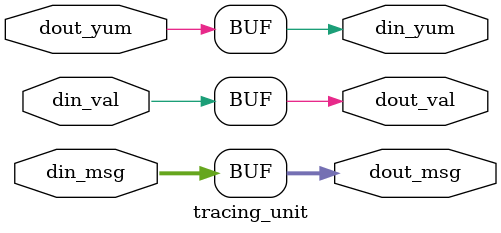
<source format=v>

module tracing_unit #(
  parameter 
  ID = "yo"
)(
  input  [63:0] din_msg,
  input         din_val,
  output reg    din_yum,

  output reg [63:0] dout_msg,
  output reg        dout_val,
  input             dout_yum  
);

//assign dout_msg = din_msg; 
//assign dout_val = din_val;
//assign dout_yum = din_yum;

always @ (*) begin 
  dout_msg = din_msg;
  dout_val = din_val;
  din_yum  = dout_yum;
  //$display("(%s): TRACING UNIT OUTPUT HERE <<<<<<<<<<<", ID);
end

endmodule
</source>
